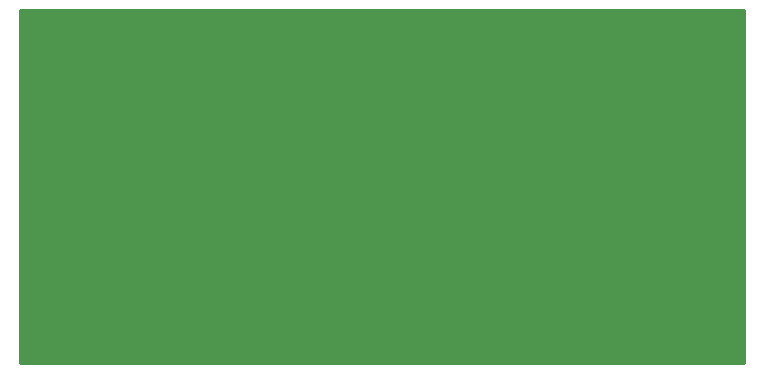
<source format=gbr>
G04 #@! TF.FileFunction,Legend,Bot*
%FSLAX46Y46*%
G04 Gerber Fmt 4.6, Leading zero omitted, Abs format (unit mm)*
G04 Created by KiCad (PCBNEW 4.0.5) date 06/13/17 11:48:23*
%MOMM*%
%LPD*%
G01*
G04 APERTURE LIST*
%ADD10C,0.100000*%
%ADD11C,0.254000*%
G04 APERTURE END LIST*
D10*
D11*
G36*
X142011421Y-119202200D02*
X80695800Y-119202200D01*
X80695800Y-89382600D01*
X142016459Y-89382600D01*
X142011421Y-119202200D01*
X142011421Y-119202200D01*
G37*
X142011421Y-119202200D02*
X80695800Y-119202200D01*
X80695800Y-89382600D01*
X142016459Y-89382600D01*
X142011421Y-119202200D01*
M02*

</source>
